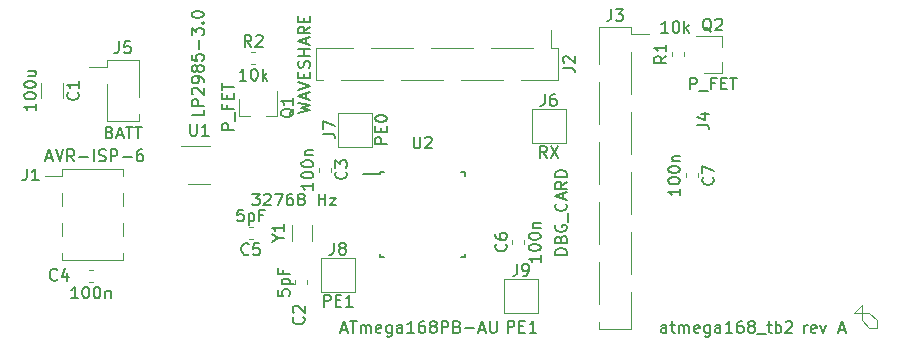
<source format=gto>
%TF.GenerationSoftware,KiCad,Pcbnew,5.1.6-c6e7f7d~86~ubuntu18.04.1*%
%TF.CreationDate,2020-07-27T22:50:38-07:00*%
%TF.ProjectId,atmega168_tb2,61746d65-6761-4313-9638-5f7462322e6b,rev?*%
%TF.SameCoordinates,Original*%
%TF.FileFunction,Legend,Top*%
%TF.FilePolarity,Positive*%
%FSLAX46Y46*%
G04 Gerber Fmt 4.6, Leading zero omitted, Abs format (unit mm)*
G04 Created by KiCad (PCBNEW 5.1.6-c6e7f7d~86~ubuntu18.04.1) date 2020-07-27 22:50:38*
%MOMM*%
%LPD*%
G01*
G04 APERTURE LIST*
%ADD10C,0.150000*%
%ADD11C,0.120000*%
G04 APERTURE END LIST*
D10*
X114144523Y-50357380D02*
X114144523Y-49690714D01*
X114144523Y-49881190D02*
X114192142Y-49785952D01*
X114239761Y-49738333D01*
X114335000Y-49690714D01*
X114430238Y-49690714D01*
X115144523Y-50309761D02*
X115049285Y-50357380D01*
X114858809Y-50357380D01*
X114763571Y-50309761D01*
X114715952Y-50214523D01*
X114715952Y-49833571D01*
X114763571Y-49738333D01*
X114858809Y-49690714D01*
X115049285Y-49690714D01*
X115144523Y-49738333D01*
X115192142Y-49833571D01*
X115192142Y-49928809D01*
X114715952Y-50024047D01*
X115525476Y-49690714D02*
X115763571Y-50357380D01*
X116001666Y-49690714D01*
X117096904Y-50071666D02*
X117573095Y-50071666D01*
X117001666Y-50357380D02*
X117335000Y-49357380D01*
X117668333Y-50357380D01*
X102484761Y-50357380D02*
X102484761Y-49833571D01*
X102437142Y-49738333D01*
X102341904Y-49690714D01*
X102151428Y-49690714D01*
X102056190Y-49738333D01*
X102484761Y-50309761D02*
X102389523Y-50357380D01*
X102151428Y-50357380D01*
X102056190Y-50309761D01*
X102008571Y-50214523D01*
X102008571Y-50119285D01*
X102056190Y-50024047D01*
X102151428Y-49976428D01*
X102389523Y-49976428D01*
X102484761Y-49928809D01*
X102818095Y-49690714D02*
X103199047Y-49690714D01*
X102960952Y-49357380D02*
X102960952Y-50214523D01*
X103008571Y-50309761D01*
X103103809Y-50357380D01*
X103199047Y-50357380D01*
X103532380Y-50357380D02*
X103532380Y-49690714D01*
X103532380Y-49785952D02*
X103580000Y-49738333D01*
X103675238Y-49690714D01*
X103818095Y-49690714D01*
X103913333Y-49738333D01*
X103960952Y-49833571D01*
X103960952Y-50357380D01*
X103960952Y-49833571D02*
X104008571Y-49738333D01*
X104103809Y-49690714D01*
X104246666Y-49690714D01*
X104341904Y-49738333D01*
X104389523Y-49833571D01*
X104389523Y-50357380D01*
X105246666Y-50309761D02*
X105151428Y-50357380D01*
X104960952Y-50357380D01*
X104865714Y-50309761D01*
X104818095Y-50214523D01*
X104818095Y-49833571D01*
X104865714Y-49738333D01*
X104960952Y-49690714D01*
X105151428Y-49690714D01*
X105246666Y-49738333D01*
X105294285Y-49833571D01*
X105294285Y-49928809D01*
X104818095Y-50024047D01*
X106151428Y-49690714D02*
X106151428Y-50500238D01*
X106103809Y-50595476D01*
X106056190Y-50643095D01*
X105960952Y-50690714D01*
X105818095Y-50690714D01*
X105722857Y-50643095D01*
X106151428Y-50309761D02*
X106056190Y-50357380D01*
X105865714Y-50357380D01*
X105770476Y-50309761D01*
X105722857Y-50262142D01*
X105675238Y-50166904D01*
X105675238Y-49881190D01*
X105722857Y-49785952D01*
X105770476Y-49738333D01*
X105865714Y-49690714D01*
X106056190Y-49690714D01*
X106151428Y-49738333D01*
X107056190Y-50357380D02*
X107056190Y-49833571D01*
X107008571Y-49738333D01*
X106913333Y-49690714D01*
X106722857Y-49690714D01*
X106627619Y-49738333D01*
X107056190Y-50309761D02*
X106960952Y-50357380D01*
X106722857Y-50357380D01*
X106627619Y-50309761D01*
X106580000Y-50214523D01*
X106580000Y-50119285D01*
X106627619Y-50024047D01*
X106722857Y-49976428D01*
X106960952Y-49976428D01*
X107056190Y-49928809D01*
X108056190Y-50357380D02*
X107484761Y-50357380D01*
X107770476Y-50357380D02*
X107770476Y-49357380D01*
X107675238Y-49500238D01*
X107580000Y-49595476D01*
X107484761Y-49643095D01*
X108913333Y-49357380D02*
X108722857Y-49357380D01*
X108627619Y-49405000D01*
X108580000Y-49452619D01*
X108484761Y-49595476D01*
X108437142Y-49785952D01*
X108437142Y-50166904D01*
X108484761Y-50262142D01*
X108532380Y-50309761D01*
X108627619Y-50357380D01*
X108818095Y-50357380D01*
X108913333Y-50309761D01*
X108960952Y-50262142D01*
X109008571Y-50166904D01*
X109008571Y-49928809D01*
X108960952Y-49833571D01*
X108913333Y-49785952D01*
X108818095Y-49738333D01*
X108627619Y-49738333D01*
X108532380Y-49785952D01*
X108484761Y-49833571D01*
X108437142Y-49928809D01*
X109580000Y-49785952D02*
X109484761Y-49738333D01*
X109437142Y-49690714D01*
X109389523Y-49595476D01*
X109389523Y-49547857D01*
X109437142Y-49452619D01*
X109484761Y-49405000D01*
X109580000Y-49357380D01*
X109770476Y-49357380D01*
X109865714Y-49405000D01*
X109913333Y-49452619D01*
X109960952Y-49547857D01*
X109960952Y-49595476D01*
X109913333Y-49690714D01*
X109865714Y-49738333D01*
X109770476Y-49785952D01*
X109580000Y-49785952D01*
X109484761Y-49833571D01*
X109437142Y-49881190D01*
X109389523Y-49976428D01*
X109389523Y-50166904D01*
X109437142Y-50262142D01*
X109484761Y-50309761D01*
X109580000Y-50357380D01*
X109770476Y-50357380D01*
X109865714Y-50309761D01*
X109913333Y-50262142D01*
X109960952Y-50166904D01*
X109960952Y-49976428D01*
X109913333Y-49881190D01*
X109865714Y-49833571D01*
X109770476Y-49785952D01*
X110151428Y-50452619D02*
X110913333Y-50452619D01*
X111008571Y-49690714D02*
X111389523Y-49690714D01*
X111151428Y-49357380D02*
X111151428Y-50214523D01*
X111199047Y-50309761D01*
X111294285Y-50357380D01*
X111389523Y-50357380D01*
X111722857Y-50357380D02*
X111722857Y-49357380D01*
X111722857Y-49738333D02*
X111818095Y-49690714D01*
X112008571Y-49690714D01*
X112103809Y-49738333D01*
X112151428Y-49785952D01*
X112199047Y-49881190D01*
X112199047Y-50166904D01*
X112151428Y-50262142D01*
X112103809Y-50309761D01*
X112008571Y-50357380D01*
X111818095Y-50357380D01*
X111722857Y-50309761D01*
X112580000Y-49452619D02*
X112627619Y-49405000D01*
X112722857Y-49357380D01*
X112960952Y-49357380D01*
X113056190Y-49405000D01*
X113103809Y-49452619D01*
X113151428Y-49547857D01*
X113151428Y-49643095D01*
X113103809Y-49785952D01*
X112532380Y-50357380D01*
X113151428Y-50357380D01*
D11*
X119645000Y-48635000D02*
X118375000Y-48635000D01*
X120280000Y-49270000D02*
X119645000Y-48635000D01*
X120280000Y-49905000D02*
X120280000Y-49270000D01*
X119645000Y-49905000D02*
X120280000Y-49905000D01*
X119010000Y-49270000D02*
X119645000Y-49905000D01*
X119010000Y-48000000D02*
X119010000Y-49270000D01*
X118375000Y-48635000D02*
X119010000Y-48000000D01*
%TO.C,J7*%
X77560000Y-34600000D02*
X74660000Y-34600000D01*
X77560000Y-31700000D02*
X77560000Y-34600000D01*
X74660000Y-31700000D02*
X77560000Y-31700000D01*
X74660000Y-34600000D02*
X74660000Y-31700000D01*
%TO.C,Q1*%
X66310000Y-32030000D02*
X66310000Y-30570000D01*
X69470000Y-32030000D02*
X69470000Y-29870000D01*
X69470000Y-32030000D02*
X68540000Y-32030000D01*
X66310000Y-32030000D02*
X67240000Y-32030000D01*
%TO.C,C1*%
X49550000Y-29227936D02*
X49550000Y-30432064D01*
X51370000Y-29227936D02*
X51370000Y-30432064D01*
%TO.C,C2*%
X72070000Y-45907221D02*
X72070000Y-46232779D01*
X71050000Y-45907221D02*
X71050000Y-46232779D01*
%TO.C,C3*%
X74070000Y-36379721D02*
X74070000Y-36705279D01*
X73050000Y-36379721D02*
X73050000Y-36705279D01*
%TO.C,C4*%
X53609721Y-46070000D02*
X53935279Y-46070000D01*
X53609721Y-45050000D02*
X53935279Y-45050000D01*
%TO.C,C5*%
X67450279Y-41380000D02*
X67124721Y-41380000D01*
X67450279Y-42400000D02*
X67124721Y-42400000D01*
%TO.C,C6*%
X90460000Y-42832779D02*
X90460000Y-42507221D01*
X89440000Y-42832779D02*
X89440000Y-42507221D01*
%TO.C,C7*%
X105120000Y-36854721D02*
X105120000Y-37180279D01*
X104100000Y-36854721D02*
X104100000Y-37180279D01*
%TO.C,J1*%
X56500000Y-41090000D02*
X56500000Y-42110000D01*
X51300000Y-41090000D02*
X51300000Y-42110000D01*
X56500000Y-38550000D02*
X56500000Y-39570000D01*
X51300000Y-38550000D02*
X51300000Y-39570000D01*
X56500000Y-43630000D02*
X56500000Y-44200000D01*
X51300000Y-43630000D02*
X51300000Y-44200000D01*
X56500000Y-36460000D02*
X56500000Y-37030000D01*
X51300000Y-36460000D02*
X51300000Y-37030000D01*
X49860000Y-37030000D02*
X51300000Y-37030000D01*
X51300000Y-44200000D02*
X56500000Y-44200000D01*
X51300000Y-36460000D02*
X56500000Y-36460000D01*
%TO.C,U1*%
X63810000Y-34500000D02*
X61360000Y-34500000D01*
X62010000Y-37720000D02*
X63810000Y-37720000D01*
D10*
%TO.C,U2*%
X78205000Y-36940000D02*
X76780000Y-36940000D01*
X85455000Y-36715000D02*
X85130000Y-36715000D01*
X85455000Y-43965000D02*
X85130000Y-43965000D01*
X78205000Y-43965000D02*
X78530000Y-43965000D01*
X78205000Y-36715000D02*
X78530000Y-36715000D01*
X78205000Y-43965000D02*
X78205000Y-43640000D01*
X85455000Y-43965000D02*
X85455000Y-43640000D01*
X85455000Y-36715000D02*
X85455000Y-37040000D01*
X78205000Y-36715000D02*
X78205000Y-36940000D01*
D11*
%TO.C,Y1*%
X70745000Y-42555000D02*
X70745000Y-41205000D01*
X72495000Y-42555000D02*
X72495000Y-41205000D01*
%TO.C,J2*%
X75950000Y-26260000D02*
X72840000Y-26260000D01*
X81030000Y-26260000D02*
X77470000Y-26260000D01*
X86110000Y-26260000D02*
X82550000Y-26260000D01*
X91190000Y-26260000D02*
X87630000Y-26260000D01*
X78490000Y-28920000D02*
X74930000Y-28920000D01*
X83570000Y-28920000D02*
X80010000Y-28920000D01*
X88650000Y-28920000D02*
X85090000Y-28920000D01*
X73410000Y-28920000D02*
X72840000Y-28920000D01*
X93280000Y-26260000D02*
X92710000Y-26260000D01*
X92710000Y-26260000D02*
X92710000Y-24740000D01*
X93280000Y-28920000D02*
X90170000Y-28920000D01*
X72840000Y-26260000D02*
X72840000Y-28920000D01*
X93280000Y-26260000D02*
X93280000Y-28920000D01*
%TO.C,J3*%
X96800000Y-44350000D02*
X96800000Y-47910000D01*
X96800000Y-39270000D02*
X96800000Y-42830000D01*
X96800000Y-34190000D02*
X96800000Y-37750000D01*
X96800000Y-29110000D02*
X96800000Y-32670000D01*
X96800000Y-49430000D02*
X96800000Y-50000000D01*
X99460000Y-24480000D02*
X99460000Y-25050000D01*
X99460000Y-25050000D02*
X100980000Y-25050000D01*
X96800000Y-24480000D02*
X96800000Y-27590000D01*
X99460000Y-46890000D02*
X99460000Y-50000000D01*
X99460000Y-41810000D02*
X99460000Y-45370000D01*
X99460000Y-36730000D02*
X99460000Y-40290000D01*
X99460000Y-31650000D02*
X99460000Y-35210000D01*
X99460000Y-26570000D02*
X99460000Y-30130000D01*
X96800000Y-50000000D02*
X99460000Y-50000000D01*
X96800000Y-24480000D02*
X99460000Y-24480000D01*
%TO.C,Q2*%
X107150000Y-28370000D02*
X107150000Y-27440000D01*
X107150000Y-25210000D02*
X107150000Y-26140000D01*
X107150000Y-25210000D02*
X104990000Y-25210000D01*
X107150000Y-28370000D02*
X105690000Y-28370000D01*
%TO.C,R1*%
X102940000Y-26902779D02*
X102940000Y-26577221D01*
X103960000Y-26902779D02*
X103960000Y-26577221D01*
%TO.C,R2*%
X67349721Y-27620000D02*
X67675279Y-27620000D01*
X67349721Y-26600000D02*
X67675279Y-26600000D01*
%TO.C,J5*%
X55130000Y-29320000D02*
X55130000Y-32430000D01*
X57790000Y-31860000D02*
X57790000Y-32430000D01*
X55130000Y-27230000D02*
X55130000Y-27800000D01*
X55130000Y-27800000D02*
X53610000Y-27800000D01*
X57790000Y-27230000D02*
X57790000Y-30340000D01*
X55130000Y-32430000D02*
X57790000Y-32430000D01*
X55130000Y-27230000D02*
X57790000Y-27230000D01*
%TO.C,J6*%
X91060000Y-31390000D02*
X93960000Y-31390000D01*
X93960000Y-31390000D02*
X93960000Y-34290000D01*
X93960000Y-34290000D02*
X91060000Y-34290000D01*
X91060000Y-34290000D02*
X91060000Y-31390000D01*
%TO.C,J8*%
X73220000Y-43980000D02*
X76120000Y-43980000D01*
X76120000Y-43980000D02*
X76120000Y-46880000D01*
X76120000Y-46880000D02*
X73220000Y-46880000D01*
X73220000Y-46880000D02*
X73220000Y-43980000D01*
%TO.C,J9*%
X88720000Y-48650000D02*
X88720000Y-45750000D01*
X91620000Y-48650000D02*
X88720000Y-48650000D01*
X91620000Y-45750000D02*
X91620000Y-48650000D01*
X88720000Y-45750000D02*
X91620000Y-45750000D01*
%TO.C,J7*%
D10*
X73414380Y-33483333D02*
X74128666Y-33483333D01*
X74271523Y-33530952D01*
X74366761Y-33626190D01*
X74414380Y-33769047D01*
X74414380Y-33864285D01*
X73414380Y-33102380D02*
X73414380Y-32435714D01*
X74414380Y-32864285D01*
X78812380Y-34340476D02*
X77812380Y-34340476D01*
X77812380Y-33959523D01*
X77860000Y-33864285D01*
X77907619Y-33816666D01*
X78002857Y-33769047D01*
X78145714Y-33769047D01*
X78240952Y-33816666D01*
X78288571Y-33864285D01*
X78336190Y-33959523D01*
X78336190Y-34340476D01*
X78288571Y-33340476D02*
X78288571Y-33007142D01*
X78812380Y-32864285D02*
X78812380Y-33340476D01*
X77812380Y-33340476D01*
X77812380Y-32864285D01*
X77812380Y-32245238D02*
X77812380Y-32150000D01*
X77860000Y-32054761D01*
X77907619Y-32007142D01*
X78002857Y-31959523D01*
X78193333Y-31911904D01*
X78431428Y-31911904D01*
X78621904Y-31959523D01*
X78717142Y-32007142D01*
X78764761Y-32054761D01*
X78812380Y-32150000D01*
X78812380Y-32245238D01*
X78764761Y-32340476D01*
X78717142Y-32388095D01*
X78621904Y-32435714D01*
X78431428Y-32483333D01*
X78193333Y-32483333D01*
X78002857Y-32435714D01*
X77907619Y-32388095D01*
X77860000Y-32340476D01*
X77812380Y-32245238D01*
%TO.C,Q1*%
X70937619Y-31365238D02*
X70890000Y-31460476D01*
X70794761Y-31555714D01*
X70651904Y-31698571D01*
X70604285Y-31793809D01*
X70604285Y-31889047D01*
X70842380Y-31841428D02*
X70794761Y-31936666D01*
X70699523Y-32031904D01*
X70509047Y-32079523D01*
X70175714Y-32079523D01*
X69985238Y-32031904D01*
X69890000Y-31936666D01*
X69842380Y-31841428D01*
X69842380Y-31650952D01*
X69890000Y-31555714D01*
X69985238Y-31460476D01*
X70175714Y-31412857D01*
X70509047Y-31412857D01*
X70699523Y-31460476D01*
X70794761Y-31555714D01*
X70842380Y-31650952D01*
X70842380Y-31841428D01*
X70842380Y-30460476D02*
X70842380Y-31031904D01*
X70842380Y-30746190D02*
X69842380Y-30746190D01*
X69985238Y-30841428D01*
X70080476Y-30936666D01*
X70128095Y-31031904D01*
X65842380Y-33174761D02*
X64842380Y-33174761D01*
X64842380Y-32793809D01*
X64890000Y-32698571D01*
X64937619Y-32650952D01*
X65032857Y-32603333D01*
X65175714Y-32603333D01*
X65270952Y-32650952D01*
X65318571Y-32698571D01*
X65366190Y-32793809D01*
X65366190Y-33174761D01*
X65937619Y-32412857D02*
X65937619Y-31650952D01*
X65318571Y-31079523D02*
X65318571Y-31412857D01*
X65842380Y-31412857D02*
X64842380Y-31412857D01*
X64842380Y-30936666D01*
X65318571Y-30555714D02*
X65318571Y-30222380D01*
X65842380Y-30079523D02*
X65842380Y-30555714D01*
X64842380Y-30555714D01*
X64842380Y-30079523D01*
X64842380Y-29793809D02*
X64842380Y-29222380D01*
X65842380Y-29508095D02*
X64842380Y-29508095D01*
%TO.C,C1*%
X52637142Y-29996666D02*
X52684761Y-30044285D01*
X52732380Y-30187142D01*
X52732380Y-30282380D01*
X52684761Y-30425238D01*
X52589523Y-30520476D01*
X52494285Y-30568095D01*
X52303809Y-30615714D01*
X52160952Y-30615714D01*
X51970476Y-30568095D01*
X51875238Y-30520476D01*
X51780000Y-30425238D01*
X51732380Y-30282380D01*
X51732380Y-30187142D01*
X51780000Y-30044285D01*
X51827619Y-29996666D01*
X52732380Y-29044285D02*
X52732380Y-29615714D01*
X52732380Y-29330000D02*
X51732380Y-29330000D01*
X51875238Y-29425238D01*
X51970476Y-29520476D01*
X52018095Y-29615714D01*
X49092380Y-30949047D02*
X49092380Y-31520476D01*
X49092380Y-31234761D02*
X48092380Y-31234761D01*
X48235238Y-31330000D01*
X48330476Y-31425238D01*
X48378095Y-31520476D01*
X48092380Y-30330000D02*
X48092380Y-30234761D01*
X48140000Y-30139523D01*
X48187619Y-30091904D01*
X48282857Y-30044285D01*
X48473333Y-29996666D01*
X48711428Y-29996666D01*
X48901904Y-30044285D01*
X48997142Y-30091904D01*
X49044761Y-30139523D01*
X49092380Y-30234761D01*
X49092380Y-30330000D01*
X49044761Y-30425238D01*
X48997142Y-30472857D01*
X48901904Y-30520476D01*
X48711428Y-30568095D01*
X48473333Y-30568095D01*
X48282857Y-30520476D01*
X48187619Y-30472857D01*
X48140000Y-30425238D01*
X48092380Y-30330000D01*
X48092380Y-29377619D02*
X48092380Y-29282380D01*
X48140000Y-29187142D01*
X48187619Y-29139523D01*
X48282857Y-29091904D01*
X48473333Y-29044285D01*
X48711428Y-29044285D01*
X48901904Y-29091904D01*
X48997142Y-29139523D01*
X49044761Y-29187142D01*
X49092380Y-29282380D01*
X49092380Y-29377619D01*
X49044761Y-29472857D01*
X48997142Y-29520476D01*
X48901904Y-29568095D01*
X48711428Y-29615714D01*
X48473333Y-29615714D01*
X48282857Y-29568095D01*
X48187619Y-29520476D01*
X48140000Y-29472857D01*
X48092380Y-29377619D01*
X48425714Y-28187142D02*
X49092380Y-28187142D01*
X48425714Y-28615714D02*
X48949523Y-28615714D01*
X49044761Y-28568095D01*
X49092380Y-28472857D01*
X49092380Y-28330000D01*
X49044761Y-28234761D01*
X48997142Y-28187142D01*
%TO.C,C2*%
X71747142Y-49016666D02*
X71794761Y-49064285D01*
X71842380Y-49207142D01*
X71842380Y-49302380D01*
X71794761Y-49445238D01*
X71699523Y-49540476D01*
X71604285Y-49588095D01*
X71413809Y-49635714D01*
X71270952Y-49635714D01*
X71080476Y-49588095D01*
X70985238Y-49540476D01*
X70890000Y-49445238D01*
X70842380Y-49302380D01*
X70842380Y-49207142D01*
X70890000Y-49064285D01*
X70937619Y-49016666D01*
X70937619Y-48635714D02*
X70890000Y-48588095D01*
X70842380Y-48492857D01*
X70842380Y-48254761D01*
X70890000Y-48159523D01*
X70937619Y-48111904D01*
X71032857Y-48064285D01*
X71128095Y-48064285D01*
X71270952Y-48111904D01*
X71842380Y-48683333D01*
X71842380Y-48064285D01*
X69582380Y-46712857D02*
X69582380Y-47189047D01*
X70058571Y-47236666D01*
X70010952Y-47189047D01*
X69963333Y-47093809D01*
X69963333Y-46855714D01*
X70010952Y-46760476D01*
X70058571Y-46712857D01*
X70153809Y-46665238D01*
X70391904Y-46665238D01*
X70487142Y-46712857D01*
X70534761Y-46760476D01*
X70582380Y-46855714D01*
X70582380Y-47093809D01*
X70534761Y-47189047D01*
X70487142Y-47236666D01*
X69915714Y-46236666D02*
X70915714Y-46236666D01*
X69963333Y-46236666D02*
X69915714Y-46141428D01*
X69915714Y-45950952D01*
X69963333Y-45855714D01*
X70010952Y-45808095D01*
X70106190Y-45760476D01*
X70391904Y-45760476D01*
X70487142Y-45808095D01*
X70534761Y-45855714D01*
X70582380Y-45950952D01*
X70582380Y-46141428D01*
X70534761Y-46236666D01*
X70058571Y-44998571D02*
X70058571Y-45331904D01*
X70582380Y-45331904D02*
X69582380Y-45331904D01*
X69582380Y-44855714D01*
%TO.C,C3*%
X75347142Y-36709166D02*
X75394761Y-36756785D01*
X75442380Y-36899642D01*
X75442380Y-36994880D01*
X75394761Y-37137738D01*
X75299523Y-37232976D01*
X75204285Y-37280595D01*
X75013809Y-37328214D01*
X74870952Y-37328214D01*
X74680476Y-37280595D01*
X74585238Y-37232976D01*
X74490000Y-37137738D01*
X74442380Y-36994880D01*
X74442380Y-36899642D01*
X74490000Y-36756785D01*
X74537619Y-36709166D01*
X74442380Y-36375833D02*
X74442380Y-35756785D01*
X74823333Y-36090119D01*
X74823333Y-35947261D01*
X74870952Y-35852023D01*
X74918571Y-35804404D01*
X75013809Y-35756785D01*
X75251904Y-35756785D01*
X75347142Y-35804404D01*
X75394761Y-35852023D01*
X75442380Y-35947261D01*
X75442380Y-36232976D01*
X75394761Y-36328214D01*
X75347142Y-36375833D01*
X72582380Y-37661547D02*
X72582380Y-38232976D01*
X72582380Y-37947261D02*
X71582380Y-37947261D01*
X71725238Y-38042500D01*
X71820476Y-38137738D01*
X71868095Y-38232976D01*
X71582380Y-37042500D02*
X71582380Y-36947261D01*
X71630000Y-36852023D01*
X71677619Y-36804404D01*
X71772857Y-36756785D01*
X71963333Y-36709166D01*
X72201428Y-36709166D01*
X72391904Y-36756785D01*
X72487142Y-36804404D01*
X72534761Y-36852023D01*
X72582380Y-36947261D01*
X72582380Y-37042500D01*
X72534761Y-37137738D01*
X72487142Y-37185357D01*
X72391904Y-37232976D01*
X72201428Y-37280595D01*
X71963333Y-37280595D01*
X71772857Y-37232976D01*
X71677619Y-37185357D01*
X71630000Y-37137738D01*
X71582380Y-37042500D01*
X71582380Y-36090119D02*
X71582380Y-35994880D01*
X71630000Y-35899642D01*
X71677619Y-35852023D01*
X71772857Y-35804404D01*
X71963333Y-35756785D01*
X72201428Y-35756785D01*
X72391904Y-35804404D01*
X72487142Y-35852023D01*
X72534761Y-35899642D01*
X72582380Y-35994880D01*
X72582380Y-36090119D01*
X72534761Y-36185357D01*
X72487142Y-36232976D01*
X72391904Y-36280595D01*
X72201428Y-36328214D01*
X71963333Y-36328214D01*
X71772857Y-36280595D01*
X71677619Y-36232976D01*
X71630000Y-36185357D01*
X71582380Y-36090119D01*
X71915714Y-35328214D02*
X72582380Y-35328214D01*
X72010952Y-35328214D02*
X71963333Y-35280595D01*
X71915714Y-35185357D01*
X71915714Y-35042500D01*
X71963333Y-34947261D01*
X72058571Y-34899642D01*
X72582380Y-34899642D01*
%TO.C,C4*%
X50903333Y-45827142D02*
X50855714Y-45874761D01*
X50712857Y-45922380D01*
X50617619Y-45922380D01*
X50474761Y-45874761D01*
X50379523Y-45779523D01*
X50331904Y-45684285D01*
X50284285Y-45493809D01*
X50284285Y-45350952D01*
X50331904Y-45160476D01*
X50379523Y-45065238D01*
X50474761Y-44970000D01*
X50617619Y-44922380D01*
X50712857Y-44922380D01*
X50855714Y-44970000D01*
X50903333Y-45017619D01*
X51760476Y-45255714D02*
X51760476Y-45922380D01*
X51522380Y-44874761D02*
X51284285Y-45589047D01*
X51903333Y-45589047D01*
X52653452Y-47442380D02*
X52082023Y-47442380D01*
X52367738Y-47442380D02*
X52367738Y-46442380D01*
X52272500Y-46585238D01*
X52177261Y-46680476D01*
X52082023Y-46728095D01*
X53272500Y-46442380D02*
X53367738Y-46442380D01*
X53462976Y-46490000D01*
X53510595Y-46537619D01*
X53558214Y-46632857D01*
X53605833Y-46823333D01*
X53605833Y-47061428D01*
X53558214Y-47251904D01*
X53510595Y-47347142D01*
X53462976Y-47394761D01*
X53367738Y-47442380D01*
X53272500Y-47442380D01*
X53177261Y-47394761D01*
X53129642Y-47347142D01*
X53082023Y-47251904D01*
X53034404Y-47061428D01*
X53034404Y-46823333D01*
X53082023Y-46632857D01*
X53129642Y-46537619D01*
X53177261Y-46490000D01*
X53272500Y-46442380D01*
X54224880Y-46442380D02*
X54320119Y-46442380D01*
X54415357Y-46490000D01*
X54462976Y-46537619D01*
X54510595Y-46632857D01*
X54558214Y-46823333D01*
X54558214Y-47061428D01*
X54510595Y-47251904D01*
X54462976Y-47347142D01*
X54415357Y-47394761D01*
X54320119Y-47442380D01*
X54224880Y-47442380D01*
X54129642Y-47394761D01*
X54082023Y-47347142D01*
X54034404Y-47251904D01*
X53986785Y-47061428D01*
X53986785Y-46823333D01*
X54034404Y-46632857D01*
X54082023Y-46537619D01*
X54129642Y-46490000D01*
X54224880Y-46442380D01*
X54986785Y-46775714D02*
X54986785Y-47442380D01*
X54986785Y-46870952D02*
X55034404Y-46823333D01*
X55129642Y-46775714D01*
X55272500Y-46775714D01*
X55367738Y-46823333D01*
X55415357Y-46918571D01*
X55415357Y-47442380D01*
%TO.C,C5*%
X67120833Y-43677142D02*
X67073214Y-43724761D01*
X66930357Y-43772380D01*
X66835119Y-43772380D01*
X66692261Y-43724761D01*
X66597023Y-43629523D01*
X66549404Y-43534285D01*
X66501785Y-43343809D01*
X66501785Y-43200952D01*
X66549404Y-43010476D01*
X66597023Y-42915238D01*
X66692261Y-42820000D01*
X66835119Y-42772380D01*
X66930357Y-42772380D01*
X67073214Y-42820000D01*
X67120833Y-42867619D01*
X68025595Y-42772380D02*
X67549404Y-42772380D01*
X67501785Y-43248571D01*
X67549404Y-43200952D01*
X67644642Y-43153333D01*
X67882738Y-43153333D01*
X67977976Y-43200952D01*
X68025595Y-43248571D01*
X68073214Y-43343809D01*
X68073214Y-43581904D01*
X68025595Y-43677142D01*
X67977976Y-43724761D01*
X67882738Y-43772380D01*
X67644642Y-43772380D01*
X67549404Y-43724761D01*
X67501785Y-43677142D01*
X66644642Y-39912380D02*
X66168452Y-39912380D01*
X66120833Y-40388571D01*
X66168452Y-40340952D01*
X66263690Y-40293333D01*
X66501785Y-40293333D01*
X66597023Y-40340952D01*
X66644642Y-40388571D01*
X66692261Y-40483809D01*
X66692261Y-40721904D01*
X66644642Y-40817142D01*
X66597023Y-40864761D01*
X66501785Y-40912380D01*
X66263690Y-40912380D01*
X66168452Y-40864761D01*
X66120833Y-40817142D01*
X67120833Y-40245714D02*
X67120833Y-41245714D01*
X67120833Y-40293333D02*
X67216071Y-40245714D01*
X67406547Y-40245714D01*
X67501785Y-40293333D01*
X67549404Y-40340952D01*
X67597023Y-40436190D01*
X67597023Y-40721904D01*
X67549404Y-40817142D01*
X67501785Y-40864761D01*
X67406547Y-40912380D01*
X67216071Y-40912380D01*
X67120833Y-40864761D01*
X68358928Y-40388571D02*
X68025595Y-40388571D01*
X68025595Y-40912380D02*
X68025595Y-39912380D01*
X68501785Y-39912380D01*
%TO.C,C6*%
X88877142Y-42836666D02*
X88924761Y-42884285D01*
X88972380Y-43027142D01*
X88972380Y-43122380D01*
X88924761Y-43265238D01*
X88829523Y-43360476D01*
X88734285Y-43408095D01*
X88543809Y-43455714D01*
X88400952Y-43455714D01*
X88210476Y-43408095D01*
X88115238Y-43360476D01*
X88020000Y-43265238D01*
X87972380Y-43122380D01*
X87972380Y-43027142D01*
X88020000Y-42884285D01*
X88067619Y-42836666D01*
X87972380Y-41979523D02*
X87972380Y-42170000D01*
X88020000Y-42265238D01*
X88067619Y-42312857D01*
X88210476Y-42408095D01*
X88400952Y-42455714D01*
X88781904Y-42455714D01*
X88877142Y-42408095D01*
X88924761Y-42360476D01*
X88972380Y-42265238D01*
X88972380Y-42074761D01*
X88924761Y-41979523D01*
X88877142Y-41931904D01*
X88781904Y-41884285D01*
X88543809Y-41884285D01*
X88448571Y-41931904D01*
X88400952Y-41979523D01*
X88353333Y-42074761D01*
X88353333Y-42265238D01*
X88400952Y-42360476D01*
X88448571Y-42408095D01*
X88543809Y-42455714D01*
X91832380Y-43789047D02*
X91832380Y-44360476D01*
X91832380Y-44074761D02*
X90832380Y-44074761D01*
X90975238Y-44170000D01*
X91070476Y-44265238D01*
X91118095Y-44360476D01*
X90832380Y-43170000D02*
X90832380Y-43074761D01*
X90880000Y-42979523D01*
X90927619Y-42931904D01*
X91022857Y-42884285D01*
X91213333Y-42836666D01*
X91451428Y-42836666D01*
X91641904Y-42884285D01*
X91737142Y-42931904D01*
X91784761Y-42979523D01*
X91832380Y-43074761D01*
X91832380Y-43170000D01*
X91784761Y-43265238D01*
X91737142Y-43312857D01*
X91641904Y-43360476D01*
X91451428Y-43408095D01*
X91213333Y-43408095D01*
X91022857Y-43360476D01*
X90927619Y-43312857D01*
X90880000Y-43265238D01*
X90832380Y-43170000D01*
X90832380Y-42217619D02*
X90832380Y-42122380D01*
X90880000Y-42027142D01*
X90927619Y-41979523D01*
X91022857Y-41931904D01*
X91213333Y-41884285D01*
X91451428Y-41884285D01*
X91641904Y-41931904D01*
X91737142Y-41979523D01*
X91784761Y-42027142D01*
X91832380Y-42122380D01*
X91832380Y-42217619D01*
X91784761Y-42312857D01*
X91737142Y-42360476D01*
X91641904Y-42408095D01*
X91451428Y-42455714D01*
X91213333Y-42455714D01*
X91022857Y-42408095D01*
X90927619Y-42360476D01*
X90880000Y-42312857D01*
X90832380Y-42217619D01*
X91165714Y-41455714D02*
X91832380Y-41455714D01*
X91260952Y-41455714D02*
X91213333Y-41408095D01*
X91165714Y-41312857D01*
X91165714Y-41170000D01*
X91213333Y-41074761D01*
X91308571Y-41027142D01*
X91832380Y-41027142D01*
%TO.C,C7*%
X106397142Y-37184166D02*
X106444761Y-37231785D01*
X106492380Y-37374642D01*
X106492380Y-37469880D01*
X106444761Y-37612738D01*
X106349523Y-37707976D01*
X106254285Y-37755595D01*
X106063809Y-37803214D01*
X105920952Y-37803214D01*
X105730476Y-37755595D01*
X105635238Y-37707976D01*
X105540000Y-37612738D01*
X105492380Y-37469880D01*
X105492380Y-37374642D01*
X105540000Y-37231785D01*
X105587619Y-37184166D01*
X105492380Y-36850833D02*
X105492380Y-36184166D01*
X106492380Y-36612738D01*
X103632380Y-38136547D02*
X103632380Y-38707976D01*
X103632380Y-38422261D02*
X102632380Y-38422261D01*
X102775238Y-38517500D01*
X102870476Y-38612738D01*
X102918095Y-38707976D01*
X102632380Y-37517500D02*
X102632380Y-37422261D01*
X102680000Y-37327023D01*
X102727619Y-37279404D01*
X102822857Y-37231785D01*
X103013333Y-37184166D01*
X103251428Y-37184166D01*
X103441904Y-37231785D01*
X103537142Y-37279404D01*
X103584761Y-37327023D01*
X103632380Y-37422261D01*
X103632380Y-37517500D01*
X103584761Y-37612738D01*
X103537142Y-37660357D01*
X103441904Y-37707976D01*
X103251428Y-37755595D01*
X103013333Y-37755595D01*
X102822857Y-37707976D01*
X102727619Y-37660357D01*
X102680000Y-37612738D01*
X102632380Y-37517500D01*
X102632380Y-36565119D02*
X102632380Y-36469880D01*
X102680000Y-36374642D01*
X102727619Y-36327023D01*
X102822857Y-36279404D01*
X103013333Y-36231785D01*
X103251428Y-36231785D01*
X103441904Y-36279404D01*
X103537142Y-36327023D01*
X103584761Y-36374642D01*
X103632380Y-36469880D01*
X103632380Y-36565119D01*
X103584761Y-36660357D01*
X103537142Y-36707976D01*
X103441904Y-36755595D01*
X103251428Y-36803214D01*
X103013333Y-36803214D01*
X102822857Y-36755595D01*
X102727619Y-36707976D01*
X102680000Y-36660357D01*
X102632380Y-36565119D01*
X102965714Y-35803214D02*
X103632380Y-35803214D01*
X103060952Y-35803214D02*
X103013333Y-35755595D01*
X102965714Y-35660357D01*
X102965714Y-35517500D01*
X103013333Y-35422261D01*
X103108571Y-35374642D01*
X103632380Y-35374642D01*
%TO.C,J1*%
X48326666Y-36442380D02*
X48326666Y-37156666D01*
X48279047Y-37299523D01*
X48183809Y-37394761D01*
X48040952Y-37442380D01*
X47945714Y-37442380D01*
X49326666Y-37442380D02*
X48755238Y-37442380D01*
X49040952Y-37442380D02*
X49040952Y-36442380D01*
X48945714Y-36585238D01*
X48850476Y-36680476D01*
X48755238Y-36728095D01*
X50004761Y-35536666D02*
X50480952Y-35536666D01*
X49909523Y-35822380D02*
X50242857Y-34822380D01*
X50576190Y-35822380D01*
X50766666Y-34822380D02*
X51100000Y-35822380D01*
X51433333Y-34822380D01*
X52338095Y-35822380D02*
X52004761Y-35346190D01*
X51766666Y-35822380D02*
X51766666Y-34822380D01*
X52147619Y-34822380D01*
X52242857Y-34870000D01*
X52290476Y-34917619D01*
X52338095Y-35012857D01*
X52338095Y-35155714D01*
X52290476Y-35250952D01*
X52242857Y-35298571D01*
X52147619Y-35346190D01*
X51766666Y-35346190D01*
X52766666Y-35441428D02*
X53528571Y-35441428D01*
X54004761Y-35822380D02*
X54004761Y-34822380D01*
X54433333Y-35774761D02*
X54576190Y-35822380D01*
X54814285Y-35822380D01*
X54909523Y-35774761D01*
X54957142Y-35727142D01*
X55004761Y-35631904D01*
X55004761Y-35536666D01*
X54957142Y-35441428D01*
X54909523Y-35393809D01*
X54814285Y-35346190D01*
X54623809Y-35298571D01*
X54528571Y-35250952D01*
X54480952Y-35203333D01*
X54433333Y-35108095D01*
X54433333Y-35012857D01*
X54480952Y-34917619D01*
X54528571Y-34870000D01*
X54623809Y-34822380D01*
X54861904Y-34822380D01*
X55004761Y-34870000D01*
X55433333Y-35822380D02*
X55433333Y-34822380D01*
X55814285Y-34822380D01*
X55909523Y-34870000D01*
X55957142Y-34917619D01*
X56004761Y-35012857D01*
X56004761Y-35155714D01*
X55957142Y-35250952D01*
X55909523Y-35298571D01*
X55814285Y-35346190D01*
X55433333Y-35346190D01*
X56433333Y-35441428D02*
X57195238Y-35441428D01*
X58100000Y-34822380D02*
X57909523Y-34822380D01*
X57814285Y-34870000D01*
X57766666Y-34917619D01*
X57671428Y-35060476D01*
X57623809Y-35250952D01*
X57623809Y-35631904D01*
X57671428Y-35727142D01*
X57719047Y-35774761D01*
X57814285Y-35822380D01*
X58004761Y-35822380D01*
X58100000Y-35774761D01*
X58147619Y-35727142D01*
X58195238Y-35631904D01*
X58195238Y-35393809D01*
X58147619Y-35298571D01*
X58100000Y-35250952D01*
X58004761Y-35203333D01*
X57814285Y-35203333D01*
X57719047Y-35250952D01*
X57671428Y-35298571D01*
X57623809Y-35393809D01*
%TO.C,U1*%
X62148095Y-32662380D02*
X62148095Y-33471904D01*
X62195714Y-33567142D01*
X62243333Y-33614761D01*
X62338571Y-33662380D01*
X62529047Y-33662380D01*
X62624285Y-33614761D01*
X62671904Y-33567142D01*
X62719523Y-33471904D01*
X62719523Y-32662380D01*
X63719523Y-33662380D02*
X63148095Y-33662380D01*
X63433809Y-33662380D02*
X63433809Y-32662380D01*
X63338571Y-32805238D01*
X63243333Y-32900476D01*
X63148095Y-32948095D01*
X63292380Y-31454761D02*
X63292380Y-31930952D01*
X62292380Y-31930952D01*
X63292380Y-31121428D02*
X62292380Y-31121428D01*
X62292380Y-30740476D01*
X62340000Y-30645238D01*
X62387619Y-30597619D01*
X62482857Y-30550000D01*
X62625714Y-30550000D01*
X62720952Y-30597619D01*
X62768571Y-30645238D01*
X62816190Y-30740476D01*
X62816190Y-31121428D01*
X62387619Y-30169047D02*
X62340000Y-30121428D01*
X62292380Y-30026190D01*
X62292380Y-29788095D01*
X62340000Y-29692857D01*
X62387619Y-29645238D01*
X62482857Y-29597619D01*
X62578095Y-29597619D01*
X62720952Y-29645238D01*
X63292380Y-30216666D01*
X63292380Y-29597619D01*
X63292380Y-29121428D02*
X63292380Y-28930952D01*
X63244761Y-28835714D01*
X63197142Y-28788095D01*
X63054285Y-28692857D01*
X62863809Y-28645238D01*
X62482857Y-28645238D01*
X62387619Y-28692857D01*
X62340000Y-28740476D01*
X62292380Y-28835714D01*
X62292380Y-29026190D01*
X62340000Y-29121428D01*
X62387619Y-29169047D01*
X62482857Y-29216666D01*
X62720952Y-29216666D01*
X62816190Y-29169047D01*
X62863809Y-29121428D01*
X62911428Y-29026190D01*
X62911428Y-28835714D01*
X62863809Y-28740476D01*
X62816190Y-28692857D01*
X62720952Y-28645238D01*
X62720952Y-28073809D02*
X62673333Y-28169047D01*
X62625714Y-28216666D01*
X62530476Y-28264285D01*
X62482857Y-28264285D01*
X62387619Y-28216666D01*
X62340000Y-28169047D01*
X62292380Y-28073809D01*
X62292380Y-27883333D01*
X62340000Y-27788095D01*
X62387619Y-27740476D01*
X62482857Y-27692857D01*
X62530476Y-27692857D01*
X62625714Y-27740476D01*
X62673333Y-27788095D01*
X62720952Y-27883333D01*
X62720952Y-28073809D01*
X62768571Y-28169047D01*
X62816190Y-28216666D01*
X62911428Y-28264285D01*
X63101904Y-28264285D01*
X63197142Y-28216666D01*
X63244761Y-28169047D01*
X63292380Y-28073809D01*
X63292380Y-27883333D01*
X63244761Y-27788095D01*
X63197142Y-27740476D01*
X63101904Y-27692857D01*
X62911428Y-27692857D01*
X62816190Y-27740476D01*
X62768571Y-27788095D01*
X62720952Y-27883333D01*
X62292380Y-26788095D02*
X62292380Y-27264285D01*
X62768571Y-27311904D01*
X62720952Y-27264285D01*
X62673333Y-27169047D01*
X62673333Y-26930952D01*
X62720952Y-26835714D01*
X62768571Y-26788095D01*
X62863809Y-26740476D01*
X63101904Y-26740476D01*
X63197142Y-26788095D01*
X63244761Y-26835714D01*
X63292380Y-26930952D01*
X63292380Y-27169047D01*
X63244761Y-27264285D01*
X63197142Y-27311904D01*
X62911428Y-26311904D02*
X62911428Y-25550000D01*
X62292380Y-25169047D02*
X62292380Y-24550000D01*
X62673333Y-24883333D01*
X62673333Y-24740476D01*
X62720952Y-24645238D01*
X62768571Y-24597619D01*
X62863809Y-24550000D01*
X63101904Y-24550000D01*
X63197142Y-24597619D01*
X63244761Y-24645238D01*
X63292380Y-24740476D01*
X63292380Y-25026190D01*
X63244761Y-25121428D01*
X63197142Y-25169047D01*
X63197142Y-24121428D02*
X63244761Y-24073809D01*
X63292380Y-24121428D01*
X63244761Y-24169047D01*
X63197142Y-24121428D01*
X63292380Y-24121428D01*
X62292380Y-23454761D02*
X62292380Y-23359523D01*
X62340000Y-23264285D01*
X62387619Y-23216666D01*
X62482857Y-23169047D01*
X62673333Y-23121428D01*
X62911428Y-23121428D01*
X63101904Y-23169047D01*
X63197142Y-23216666D01*
X63244761Y-23264285D01*
X63292380Y-23359523D01*
X63292380Y-23454761D01*
X63244761Y-23550000D01*
X63197142Y-23597619D01*
X63101904Y-23645238D01*
X62911428Y-23692857D01*
X62673333Y-23692857D01*
X62482857Y-23645238D01*
X62387619Y-23597619D01*
X62340000Y-23550000D01*
X62292380Y-23454761D01*
%TO.C,U2*%
X81068095Y-33742380D02*
X81068095Y-34551904D01*
X81115714Y-34647142D01*
X81163333Y-34694761D01*
X81258571Y-34742380D01*
X81449047Y-34742380D01*
X81544285Y-34694761D01*
X81591904Y-34647142D01*
X81639523Y-34551904D01*
X81639523Y-33742380D01*
X82068095Y-33837619D02*
X82115714Y-33790000D01*
X82210952Y-33742380D01*
X82449047Y-33742380D01*
X82544285Y-33790000D01*
X82591904Y-33837619D01*
X82639523Y-33932857D01*
X82639523Y-34028095D01*
X82591904Y-34170952D01*
X82020476Y-34742380D01*
X82639523Y-34742380D01*
X74925952Y-50071666D02*
X75402142Y-50071666D01*
X74830714Y-50357380D02*
X75164047Y-49357380D01*
X75497380Y-50357380D01*
X75687857Y-49357380D02*
X76259285Y-49357380D01*
X75973571Y-50357380D02*
X75973571Y-49357380D01*
X76592619Y-50357380D02*
X76592619Y-49690714D01*
X76592619Y-49785952D02*
X76640238Y-49738333D01*
X76735476Y-49690714D01*
X76878333Y-49690714D01*
X76973571Y-49738333D01*
X77021190Y-49833571D01*
X77021190Y-50357380D01*
X77021190Y-49833571D02*
X77068809Y-49738333D01*
X77164047Y-49690714D01*
X77306904Y-49690714D01*
X77402142Y-49738333D01*
X77449761Y-49833571D01*
X77449761Y-50357380D01*
X78306904Y-50309761D02*
X78211666Y-50357380D01*
X78021190Y-50357380D01*
X77925952Y-50309761D01*
X77878333Y-50214523D01*
X77878333Y-49833571D01*
X77925952Y-49738333D01*
X78021190Y-49690714D01*
X78211666Y-49690714D01*
X78306904Y-49738333D01*
X78354523Y-49833571D01*
X78354523Y-49928809D01*
X77878333Y-50024047D01*
X79211666Y-49690714D02*
X79211666Y-50500238D01*
X79164047Y-50595476D01*
X79116428Y-50643095D01*
X79021190Y-50690714D01*
X78878333Y-50690714D01*
X78783095Y-50643095D01*
X79211666Y-50309761D02*
X79116428Y-50357380D01*
X78925952Y-50357380D01*
X78830714Y-50309761D01*
X78783095Y-50262142D01*
X78735476Y-50166904D01*
X78735476Y-49881190D01*
X78783095Y-49785952D01*
X78830714Y-49738333D01*
X78925952Y-49690714D01*
X79116428Y-49690714D01*
X79211666Y-49738333D01*
X80116428Y-50357380D02*
X80116428Y-49833571D01*
X80068809Y-49738333D01*
X79973571Y-49690714D01*
X79783095Y-49690714D01*
X79687857Y-49738333D01*
X80116428Y-50309761D02*
X80021190Y-50357380D01*
X79783095Y-50357380D01*
X79687857Y-50309761D01*
X79640238Y-50214523D01*
X79640238Y-50119285D01*
X79687857Y-50024047D01*
X79783095Y-49976428D01*
X80021190Y-49976428D01*
X80116428Y-49928809D01*
X81116428Y-50357380D02*
X80545000Y-50357380D01*
X80830714Y-50357380D02*
X80830714Y-49357380D01*
X80735476Y-49500238D01*
X80640238Y-49595476D01*
X80545000Y-49643095D01*
X81973571Y-49357380D02*
X81783095Y-49357380D01*
X81687857Y-49405000D01*
X81640238Y-49452619D01*
X81545000Y-49595476D01*
X81497380Y-49785952D01*
X81497380Y-50166904D01*
X81545000Y-50262142D01*
X81592619Y-50309761D01*
X81687857Y-50357380D01*
X81878333Y-50357380D01*
X81973571Y-50309761D01*
X82021190Y-50262142D01*
X82068809Y-50166904D01*
X82068809Y-49928809D01*
X82021190Y-49833571D01*
X81973571Y-49785952D01*
X81878333Y-49738333D01*
X81687857Y-49738333D01*
X81592619Y-49785952D01*
X81545000Y-49833571D01*
X81497380Y-49928809D01*
X82640238Y-49785952D02*
X82545000Y-49738333D01*
X82497380Y-49690714D01*
X82449761Y-49595476D01*
X82449761Y-49547857D01*
X82497380Y-49452619D01*
X82545000Y-49405000D01*
X82640238Y-49357380D01*
X82830714Y-49357380D01*
X82925952Y-49405000D01*
X82973571Y-49452619D01*
X83021190Y-49547857D01*
X83021190Y-49595476D01*
X82973571Y-49690714D01*
X82925952Y-49738333D01*
X82830714Y-49785952D01*
X82640238Y-49785952D01*
X82545000Y-49833571D01*
X82497380Y-49881190D01*
X82449761Y-49976428D01*
X82449761Y-50166904D01*
X82497380Y-50262142D01*
X82545000Y-50309761D01*
X82640238Y-50357380D01*
X82830714Y-50357380D01*
X82925952Y-50309761D01*
X82973571Y-50262142D01*
X83021190Y-50166904D01*
X83021190Y-49976428D01*
X82973571Y-49881190D01*
X82925952Y-49833571D01*
X82830714Y-49785952D01*
X83449761Y-50357380D02*
X83449761Y-49357380D01*
X83830714Y-49357380D01*
X83925952Y-49405000D01*
X83973571Y-49452619D01*
X84021190Y-49547857D01*
X84021190Y-49690714D01*
X83973571Y-49785952D01*
X83925952Y-49833571D01*
X83830714Y-49881190D01*
X83449761Y-49881190D01*
X84783095Y-49833571D02*
X84925952Y-49881190D01*
X84973571Y-49928809D01*
X85021190Y-50024047D01*
X85021190Y-50166904D01*
X84973571Y-50262142D01*
X84925952Y-50309761D01*
X84830714Y-50357380D01*
X84449761Y-50357380D01*
X84449761Y-49357380D01*
X84783095Y-49357380D01*
X84878333Y-49405000D01*
X84925952Y-49452619D01*
X84973571Y-49547857D01*
X84973571Y-49643095D01*
X84925952Y-49738333D01*
X84878333Y-49785952D01*
X84783095Y-49833571D01*
X84449761Y-49833571D01*
X85449761Y-49976428D02*
X86211666Y-49976428D01*
X86640238Y-50071666D02*
X87116428Y-50071666D01*
X86545000Y-50357380D02*
X86878333Y-49357380D01*
X87211666Y-50357380D01*
X87545000Y-49357380D02*
X87545000Y-50166904D01*
X87592619Y-50262142D01*
X87640238Y-50309761D01*
X87735476Y-50357380D01*
X87925952Y-50357380D01*
X88021190Y-50309761D01*
X88068809Y-50262142D01*
X88116428Y-50166904D01*
X88116428Y-49357380D01*
%TO.C,Y1*%
X69596190Y-42356190D02*
X70072380Y-42356190D01*
X69072380Y-42689523D02*
X69596190Y-42356190D01*
X69072380Y-42022857D01*
X70072380Y-41165714D02*
X70072380Y-41737142D01*
X70072380Y-41451428D02*
X69072380Y-41451428D01*
X69215238Y-41546666D01*
X69310476Y-41641904D01*
X69358095Y-41737142D01*
X67412380Y-38562380D02*
X68031428Y-38562380D01*
X67698095Y-38943333D01*
X67840952Y-38943333D01*
X67936190Y-38990952D01*
X67983809Y-39038571D01*
X68031428Y-39133809D01*
X68031428Y-39371904D01*
X67983809Y-39467142D01*
X67936190Y-39514761D01*
X67840952Y-39562380D01*
X67555238Y-39562380D01*
X67460000Y-39514761D01*
X67412380Y-39467142D01*
X68412380Y-38657619D02*
X68460000Y-38610000D01*
X68555238Y-38562380D01*
X68793333Y-38562380D01*
X68888571Y-38610000D01*
X68936190Y-38657619D01*
X68983809Y-38752857D01*
X68983809Y-38848095D01*
X68936190Y-38990952D01*
X68364761Y-39562380D01*
X68983809Y-39562380D01*
X69317142Y-38562380D02*
X69983809Y-38562380D01*
X69555238Y-39562380D01*
X70793333Y-38562380D02*
X70602857Y-38562380D01*
X70507619Y-38610000D01*
X70460000Y-38657619D01*
X70364761Y-38800476D01*
X70317142Y-38990952D01*
X70317142Y-39371904D01*
X70364761Y-39467142D01*
X70412380Y-39514761D01*
X70507619Y-39562380D01*
X70698095Y-39562380D01*
X70793333Y-39514761D01*
X70840952Y-39467142D01*
X70888571Y-39371904D01*
X70888571Y-39133809D01*
X70840952Y-39038571D01*
X70793333Y-38990952D01*
X70698095Y-38943333D01*
X70507619Y-38943333D01*
X70412380Y-38990952D01*
X70364761Y-39038571D01*
X70317142Y-39133809D01*
X71460000Y-38990952D02*
X71364761Y-38943333D01*
X71317142Y-38895714D01*
X71269523Y-38800476D01*
X71269523Y-38752857D01*
X71317142Y-38657619D01*
X71364761Y-38610000D01*
X71460000Y-38562380D01*
X71650476Y-38562380D01*
X71745714Y-38610000D01*
X71793333Y-38657619D01*
X71840952Y-38752857D01*
X71840952Y-38800476D01*
X71793333Y-38895714D01*
X71745714Y-38943333D01*
X71650476Y-38990952D01*
X71460000Y-38990952D01*
X71364761Y-39038571D01*
X71317142Y-39086190D01*
X71269523Y-39181428D01*
X71269523Y-39371904D01*
X71317142Y-39467142D01*
X71364761Y-39514761D01*
X71460000Y-39562380D01*
X71650476Y-39562380D01*
X71745714Y-39514761D01*
X71793333Y-39467142D01*
X71840952Y-39371904D01*
X71840952Y-39181428D01*
X71793333Y-39086190D01*
X71745714Y-39038571D01*
X71650476Y-38990952D01*
X73031428Y-39562380D02*
X73031428Y-38562380D01*
X73031428Y-39038571D02*
X73602857Y-39038571D01*
X73602857Y-39562380D02*
X73602857Y-38562380D01*
X73983809Y-38895714D02*
X74507619Y-38895714D01*
X73983809Y-39562380D01*
X74507619Y-39562380D01*
%TO.C,J2*%
X93732380Y-27923333D02*
X94446666Y-27923333D01*
X94589523Y-27970952D01*
X94684761Y-28066190D01*
X94732380Y-28209047D01*
X94732380Y-28304285D01*
X93827619Y-27494761D02*
X93780000Y-27447142D01*
X93732380Y-27351904D01*
X93732380Y-27113809D01*
X93780000Y-27018571D01*
X93827619Y-26970952D01*
X93922857Y-26923333D01*
X94018095Y-26923333D01*
X94160952Y-26970952D01*
X94732380Y-27542380D01*
X94732380Y-26923333D01*
X71292380Y-31709047D02*
X72292380Y-31470952D01*
X71578095Y-31280476D01*
X72292380Y-31090000D01*
X71292380Y-30851904D01*
X72006666Y-30518571D02*
X72006666Y-30042380D01*
X72292380Y-30613809D02*
X71292380Y-30280476D01*
X72292380Y-29947142D01*
X71292380Y-29756666D02*
X72292380Y-29423333D01*
X71292380Y-29090000D01*
X71768571Y-28756666D02*
X71768571Y-28423333D01*
X72292380Y-28280476D02*
X72292380Y-28756666D01*
X71292380Y-28756666D01*
X71292380Y-28280476D01*
X72244761Y-27899523D02*
X72292380Y-27756666D01*
X72292380Y-27518571D01*
X72244761Y-27423333D01*
X72197142Y-27375714D01*
X72101904Y-27328095D01*
X72006666Y-27328095D01*
X71911428Y-27375714D01*
X71863809Y-27423333D01*
X71816190Y-27518571D01*
X71768571Y-27709047D01*
X71720952Y-27804285D01*
X71673333Y-27851904D01*
X71578095Y-27899523D01*
X71482857Y-27899523D01*
X71387619Y-27851904D01*
X71340000Y-27804285D01*
X71292380Y-27709047D01*
X71292380Y-27470952D01*
X71340000Y-27328095D01*
X72292380Y-26899523D02*
X71292380Y-26899523D01*
X71768571Y-26899523D02*
X71768571Y-26328095D01*
X72292380Y-26328095D02*
X71292380Y-26328095D01*
X72006666Y-25899523D02*
X72006666Y-25423333D01*
X72292380Y-25994761D02*
X71292380Y-25661428D01*
X72292380Y-25328095D01*
X72292380Y-24423333D02*
X71816190Y-24756666D01*
X72292380Y-24994761D02*
X71292380Y-24994761D01*
X71292380Y-24613809D01*
X71340000Y-24518571D01*
X71387619Y-24470952D01*
X71482857Y-24423333D01*
X71625714Y-24423333D01*
X71720952Y-24470952D01*
X71768571Y-24518571D01*
X71816190Y-24613809D01*
X71816190Y-24994761D01*
X71768571Y-23994761D02*
X71768571Y-23661428D01*
X72292380Y-23518571D02*
X72292380Y-23994761D01*
X71292380Y-23994761D01*
X71292380Y-23518571D01*
%TO.C,J3*%
X97796666Y-22932380D02*
X97796666Y-23646666D01*
X97749047Y-23789523D01*
X97653809Y-23884761D01*
X97510952Y-23932380D01*
X97415714Y-23932380D01*
X98177619Y-22932380D02*
X98796666Y-22932380D01*
X98463333Y-23313333D01*
X98606190Y-23313333D01*
X98701428Y-23360952D01*
X98749047Y-23408571D01*
X98796666Y-23503809D01*
X98796666Y-23741904D01*
X98749047Y-23837142D01*
X98701428Y-23884761D01*
X98606190Y-23932380D01*
X98320476Y-23932380D01*
X98225238Y-23884761D01*
X98177619Y-23837142D01*
X94052380Y-43751428D02*
X93052380Y-43751428D01*
X93052380Y-43513333D01*
X93100000Y-43370476D01*
X93195238Y-43275238D01*
X93290476Y-43227619D01*
X93480952Y-43180000D01*
X93623809Y-43180000D01*
X93814285Y-43227619D01*
X93909523Y-43275238D01*
X94004761Y-43370476D01*
X94052380Y-43513333D01*
X94052380Y-43751428D01*
X93528571Y-42418095D02*
X93576190Y-42275238D01*
X93623809Y-42227619D01*
X93719047Y-42180000D01*
X93861904Y-42180000D01*
X93957142Y-42227619D01*
X94004761Y-42275238D01*
X94052380Y-42370476D01*
X94052380Y-42751428D01*
X93052380Y-42751428D01*
X93052380Y-42418095D01*
X93100000Y-42322857D01*
X93147619Y-42275238D01*
X93242857Y-42227619D01*
X93338095Y-42227619D01*
X93433333Y-42275238D01*
X93480952Y-42322857D01*
X93528571Y-42418095D01*
X93528571Y-42751428D01*
X93100000Y-41227619D02*
X93052380Y-41322857D01*
X93052380Y-41465714D01*
X93100000Y-41608571D01*
X93195238Y-41703809D01*
X93290476Y-41751428D01*
X93480952Y-41799047D01*
X93623809Y-41799047D01*
X93814285Y-41751428D01*
X93909523Y-41703809D01*
X94004761Y-41608571D01*
X94052380Y-41465714D01*
X94052380Y-41370476D01*
X94004761Y-41227619D01*
X93957142Y-41180000D01*
X93623809Y-41180000D01*
X93623809Y-41370476D01*
X94147619Y-40989523D02*
X94147619Y-40227619D01*
X93957142Y-39418095D02*
X94004761Y-39465714D01*
X94052380Y-39608571D01*
X94052380Y-39703809D01*
X94004761Y-39846666D01*
X93909523Y-39941904D01*
X93814285Y-39989523D01*
X93623809Y-40037142D01*
X93480952Y-40037142D01*
X93290476Y-39989523D01*
X93195238Y-39941904D01*
X93100000Y-39846666D01*
X93052380Y-39703809D01*
X93052380Y-39608571D01*
X93100000Y-39465714D01*
X93147619Y-39418095D01*
X93766666Y-39037142D02*
X93766666Y-38560952D01*
X94052380Y-39132380D02*
X93052380Y-38799047D01*
X94052380Y-38465714D01*
X94052380Y-37560952D02*
X93576190Y-37894285D01*
X94052380Y-38132380D02*
X93052380Y-38132380D01*
X93052380Y-37751428D01*
X93100000Y-37656190D01*
X93147619Y-37608571D01*
X93242857Y-37560952D01*
X93385714Y-37560952D01*
X93480952Y-37608571D01*
X93528571Y-37656190D01*
X93576190Y-37751428D01*
X93576190Y-38132380D01*
X94052380Y-37132380D02*
X93052380Y-37132380D01*
X93052380Y-36894285D01*
X93100000Y-36751428D01*
X93195238Y-36656190D01*
X93290476Y-36608571D01*
X93480952Y-36560952D01*
X93623809Y-36560952D01*
X93814285Y-36608571D01*
X93909523Y-36656190D01*
X94004761Y-36751428D01*
X94052380Y-36894285D01*
X94052380Y-37132380D01*
%TO.C,Q2*%
X106294761Y-24837619D02*
X106199523Y-24790000D01*
X106104285Y-24694761D01*
X105961428Y-24551904D01*
X105866190Y-24504285D01*
X105770952Y-24504285D01*
X105818571Y-24742380D02*
X105723333Y-24694761D01*
X105628095Y-24599523D01*
X105580476Y-24409047D01*
X105580476Y-24075714D01*
X105628095Y-23885238D01*
X105723333Y-23790000D01*
X105818571Y-23742380D01*
X106009047Y-23742380D01*
X106104285Y-23790000D01*
X106199523Y-23885238D01*
X106247142Y-24075714D01*
X106247142Y-24409047D01*
X106199523Y-24599523D01*
X106104285Y-24694761D01*
X106009047Y-24742380D01*
X105818571Y-24742380D01*
X106628095Y-23837619D02*
X106675714Y-23790000D01*
X106770952Y-23742380D01*
X107009047Y-23742380D01*
X107104285Y-23790000D01*
X107151904Y-23837619D01*
X107199523Y-23932857D01*
X107199523Y-24028095D01*
X107151904Y-24170952D01*
X106580476Y-24742380D01*
X107199523Y-24742380D01*
X104485238Y-29742380D02*
X104485238Y-28742380D01*
X104866190Y-28742380D01*
X104961428Y-28790000D01*
X105009047Y-28837619D01*
X105056666Y-28932857D01*
X105056666Y-29075714D01*
X105009047Y-29170952D01*
X104961428Y-29218571D01*
X104866190Y-29266190D01*
X104485238Y-29266190D01*
X105247142Y-29837619D02*
X106009047Y-29837619D01*
X106580476Y-29218571D02*
X106247142Y-29218571D01*
X106247142Y-29742380D02*
X106247142Y-28742380D01*
X106723333Y-28742380D01*
X107104285Y-29218571D02*
X107437619Y-29218571D01*
X107580476Y-29742380D02*
X107104285Y-29742380D01*
X107104285Y-28742380D01*
X107580476Y-28742380D01*
X107866190Y-28742380D02*
X108437619Y-28742380D01*
X108151904Y-29742380D02*
X108151904Y-28742380D01*
%TO.C,R1*%
X102472380Y-26906666D02*
X101996190Y-27240000D01*
X102472380Y-27478095D02*
X101472380Y-27478095D01*
X101472380Y-27097142D01*
X101520000Y-27001904D01*
X101567619Y-26954285D01*
X101662857Y-26906666D01*
X101805714Y-26906666D01*
X101900952Y-26954285D01*
X101948571Y-27001904D01*
X101996190Y-27097142D01*
X101996190Y-27478095D01*
X102472380Y-25954285D02*
X102472380Y-26525714D01*
X102472380Y-26240000D02*
X101472380Y-26240000D01*
X101615238Y-26335238D01*
X101710476Y-26430476D01*
X101758095Y-26525714D01*
X102624761Y-24952380D02*
X102053333Y-24952380D01*
X102339047Y-24952380D02*
X102339047Y-23952380D01*
X102243809Y-24095238D01*
X102148571Y-24190476D01*
X102053333Y-24238095D01*
X103243809Y-23952380D02*
X103339047Y-23952380D01*
X103434285Y-24000000D01*
X103481904Y-24047619D01*
X103529523Y-24142857D01*
X103577142Y-24333333D01*
X103577142Y-24571428D01*
X103529523Y-24761904D01*
X103481904Y-24857142D01*
X103434285Y-24904761D01*
X103339047Y-24952380D01*
X103243809Y-24952380D01*
X103148571Y-24904761D01*
X103100952Y-24857142D01*
X103053333Y-24761904D01*
X103005714Y-24571428D01*
X103005714Y-24333333D01*
X103053333Y-24142857D01*
X103100952Y-24047619D01*
X103148571Y-24000000D01*
X103243809Y-23952380D01*
X104005714Y-24952380D02*
X104005714Y-23952380D01*
X104100952Y-24571428D02*
X104386666Y-24952380D01*
X104386666Y-24285714D02*
X104005714Y-24666666D01*
%TO.C,R2*%
X67345833Y-26132380D02*
X67012500Y-25656190D01*
X66774404Y-26132380D02*
X66774404Y-25132380D01*
X67155357Y-25132380D01*
X67250595Y-25180000D01*
X67298214Y-25227619D01*
X67345833Y-25322857D01*
X67345833Y-25465714D01*
X67298214Y-25560952D01*
X67250595Y-25608571D01*
X67155357Y-25656190D01*
X66774404Y-25656190D01*
X67726785Y-25227619D02*
X67774404Y-25180000D01*
X67869642Y-25132380D01*
X68107738Y-25132380D01*
X68202976Y-25180000D01*
X68250595Y-25227619D01*
X68298214Y-25322857D01*
X68298214Y-25418095D01*
X68250595Y-25560952D01*
X67679166Y-26132380D01*
X68298214Y-26132380D01*
X66917261Y-28992380D02*
X66345833Y-28992380D01*
X66631547Y-28992380D02*
X66631547Y-27992380D01*
X66536309Y-28135238D01*
X66441071Y-28230476D01*
X66345833Y-28278095D01*
X67536309Y-27992380D02*
X67631547Y-27992380D01*
X67726785Y-28040000D01*
X67774404Y-28087619D01*
X67822023Y-28182857D01*
X67869642Y-28373333D01*
X67869642Y-28611428D01*
X67822023Y-28801904D01*
X67774404Y-28897142D01*
X67726785Y-28944761D01*
X67631547Y-28992380D01*
X67536309Y-28992380D01*
X67441071Y-28944761D01*
X67393452Y-28897142D01*
X67345833Y-28801904D01*
X67298214Y-28611428D01*
X67298214Y-28373333D01*
X67345833Y-28182857D01*
X67393452Y-28087619D01*
X67441071Y-28040000D01*
X67536309Y-27992380D01*
X68298214Y-28992380D02*
X68298214Y-27992380D01*
X68393452Y-28611428D02*
X68679166Y-28992380D01*
X68679166Y-28325714D02*
X68298214Y-28706666D01*
%TO.C,J4*%
X105082380Y-32733333D02*
X105796666Y-32733333D01*
X105939523Y-32780952D01*
X106034761Y-32876190D01*
X106082380Y-33019047D01*
X106082380Y-33114285D01*
X105415714Y-31828571D02*
X106082380Y-31828571D01*
X105034761Y-32066666D02*
X105749047Y-32304761D01*
X105749047Y-31685714D01*
%TO.C,J5*%
X56126666Y-25682380D02*
X56126666Y-26396666D01*
X56079047Y-26539523D01*
X55983809Y-26634761D01*
X55840952Y-26682380D01*
X55745714Y-26682380D01*
X57079047Y-25682380D02*
X56602857Y-25682380D01*
X56555238Y-26158571D01*
X56602857Y-26110952D01*
X56698095Y-26063333D01*
X56936190Y-26063333D01*
X57031428Y-26110952D01*
X57079047Y-26158571D01*
X57126666Y-26253809D01*
X57126666Y-26491904D01*
X57079047Y-26587142D01*
X57031428Y-26634761D01*
X56936190Y-26682380D01*
X56698095Y-26682380D01*
X56602857Y-26634761D01*
X56555238Y-26587142D01*
X55340952Y-33358571D02*
X55483809Y-33406190D01*
X55531428Y-33453809D01*
X55579047Y-33549047D01*
X55579047Y-33691904D01*
X55531428Y-33787142D01*
X55483809Y-33834761D01*
X55388571Y-33882380D01*
X55007619Y-33882380D01*
X55007619Y-32882380D01*
X55340952Y-32882380D01*
X55436190Y-32930000D01*
X55483809Y-32977619D01*
X55531428Y-33072857D01*
X55531428Y-33168095D01*
X55483809Y-33263333D01*
X55436190Y-33310952D01*
X55340952Y-33358571D01*
X55007619Y-33358571D01*
X55960000Y-33596666D02*
X56436190Y-33596666D01*
X55864761Y-33882380D02*
X56198095Y-32882380D01*
X56531428Y-33882380D01*
X56721904Y-32882380D02*
X57293333Y-32882380D01*
X57007619Y-33882380D02*
X57007619Y-32882380D01*
X57483809Y-32882380D02*
X58055238Y-32882380D01*
X57769523Y-33882380D02*
X57769523Y-32882380D01*
%TO.C,J6*%
X92176666Y-30144380D02*
X92176666Y-30858666D01*
X92129047Y-31001523D01*
X92033809Y-31096761D01*
X91890952Y-31144380D01*
X91795714Y-31144380D01*
X93081428Y-30144380D02*
X92890952Y-30144380D01*
X92795714Y-30192000D01*
X92748095Y-30239619D01*
X92652857Y-30382476D01*
X92605238Y-30572952D01*
X92605238Y-30953904D01*
X92652857Y-31049142D01*
X92700476Y-31096761D01*
X92795714Y-31144380D01*
X92986190Y-31144380D01*
X93081428Y-31096761D01*
X93129047Y-31049142D01*
X93176666Y-30953904D01*
X93176666Y-30715809D01*
X93129047Y-30620571D01*
X93081428Y-30572952D01*
X92986190Y-30525333D01*
X92795714Y-30525333D01*
X92700476Y-30572952D01*
X92652857Y-30620571D01*
X92605238Y-30715809D01*
X92343333Y-35542380D02*
X92010000Y-35066190D01*
X91771904Y-35542380D02*
X91771904Y-34542380D01*
X92152857Y-34542380D01*
X92248095Y-34590000D01*
X92295714Y-34637619D01*
X92343333Y-34732857D01*
X92343333Y-34875714D01*
X92295714Y-34970952D01*
X92248095Y-35018571D01*
X92152857Y-35066190D01*
X91771904Y-35066190D01*
X92676666Y-34542380D02*
X93343333Y-35542380D01*
X93343333Y-34542380D02*
X92676666Y-35542380D01*
%TO.C,J8*%
X74336666Y-42734380D02*
X74336666Y-43448666D01*
X74289047Y-43591523D01*
X74193809Y-43686761D01*
X74050952Y-43734380D01*
X73955714Y-43734380D01*
X74955714Y-43162952D02*
X74860476Y-43115333D01*
X74812857Y-43067714D01*
X74765238Y-42972476D01*
X74765238Y-42924857D01*
X74812857Y-42829619D01*
X74860476Y-42782000D01*
X74955714Y-42734380D01*
X75146190Y-42734380D01*
X75241428Y-42782000D01*
X75289047Y-42829619D01*
X75336666Y-42924857D01*
X75336666Y-42972476D01*
X75289047Y-43067714D01*
X75241428Y-43115333D01*
X75146190Y-43162952D01*
X74955714Y-43162952D01*
X74860476Y-43210571D01*
X74812857Y-43258190D01*
X74765238Y-43353428D01*
X74765238Y-43543904D01*
X74812857Y-43639142D01*
X74860476Y-43686761D01*
X74955714Y-43734380D01*
X75146190Y-43734380D01*
X75241428Y-43686761D01*
X75289047Y-43639142D01*
X75336666Y-43543904D01*
X75336666Y-43353428D01*
X75289047Y-43258190D01*
X75241428Y-43210571D01*
X75146190Y-43162952D01*
X73479523Y-48132380D02*
X73479523Y-47132380D01*
X73860476Y-47132380D01*
X73955714Y-47180000D01*
X74003333Y-47227619D01*
X74050952Y-47322857D01*
X74050952Y-47465714D01*
X74003333Y-47560952D01*
X73955714Y-47608571D01*
X73860476Y-47656190D01*
X73479523Y-47656190D01*
X74479523Y-47608571D02*
X74812857Y-47608571D01*
X74955714Y-48132380D02*
X74479523Y-48132380D01*
X74479523Y-47132380D01*
X74955714Y-47132380D01*
X75908095Y-48132380D02*
X75336666Y-48132380D01*
X75622380Y-48132380D02*
X75622380Y-47132380D01*
X75527142Y-47275238D01*
X75431904Y-47370476D01*
X75336666Y-47418095D01*
%TO.C,J9*%
X89836666Y-44504380D02*
X89836666Y-45218666D01*
X89789047Y-45361523D01*
X89693809Y-45456761D01*
X89550952Y-45504380D01*
X89455714Y-45504380D01*
X90360476Y-45504380D02*
X90550952Y-45504380D01*
X90646190Y-45456761D01*
X90693809Y-45409142D01*
X90789047Y-45266285D01*
X90836666Y-45075809D01*
X90836666Y-44694857D01*
X90789047Y-44599619D01*
X90741428Y-44552000D01*
X90646190Y-44504380D01*
X90455714Y-44504380D01*
X90360476Y-44552000D01*
X90312857Y-44599619D01*
X90265238Y-44694857D01*
X90265238Y-44932952D01*
X90312857Y-45028190D01*
X90360476Y-45075809D01*
X90455714Y-45123428D01*
X90646190Y-45123428D01*
X90741428Y-45075809D01*
X90789047Y-45028190D01*
X90836666Y-44932952D01*
X89039523Y-50322380D02*
X89039523Y-49322380D01*
X89420476Y-49322380D01*
X89515714Y-49370000D01*
X89563333Y-49417619D01*
X89610952Y-49512857D01*
X89610952Y-49655714D01*
X89563333Y-49750952D01*
X89515714Y-49798571D01*
X89420476Y-49846190D01*
X89039523Y-49846190D01*
X90039523Y-49798571D02*
X90372857Y-49798571D01*
X90515714Y-50322380D02*
X90039523Y-50322380D01*
X90039523Y-49322380D01*
X90515714Y-49322380D01*
X91468095Y-50322380D02*
X90896666Y-50322380D01*
X91182380Y-50322380D02*
X91182380Y-49322380D01*
X91087142Y-49465238D01*
X90991904Y-49560476D01*
X90896666Y-49608095D01*
%TD*%
M02*

</source>
